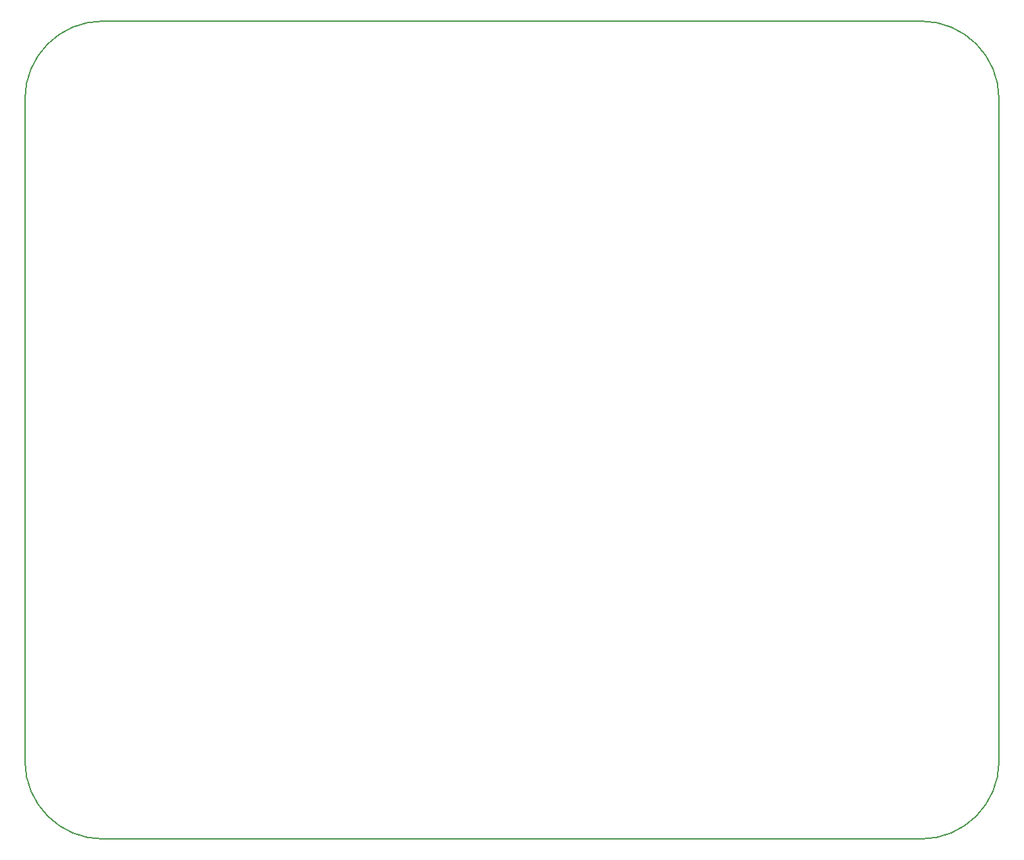
<source format=gko>
G04 DipTrace 3.3.1.3*
G04 HypermaqBottomsidev0.3.gko*
%MOMM*%
G04 #@! TF.FileFunction,Profile*
G04 #@! TF.Part,Single*
%ADD11C,0.14*%
%FSLAX35Y35*%
G04*
G71*
G90*
G75*
G01*
G04 BoardOutline*
%LPD*%
X1000123Y0D2*
D11*
X11500123D1*
G03X12500123Y1000000I0J1000000D01*
G01*
Y9500000D1*
G03X11500123Y10500000I-1000000J0D01*
G01*
X1000123D1*
G03X123Y9500000I0J-1000000D01*
G01*
Y1000000D1*
G03X1000123Y0I1000000J0D01*
G01*
M02*

</source>
